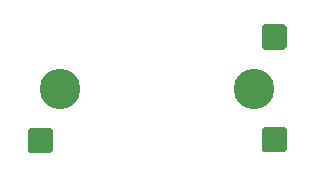
<source format=gbr>
%TF.GenerationSoftware,KiCad,Pcbnew,(5.1.8)-1*%
%TF.CreationDate,2021-01-22T21:13:55+01:00*%
%TF.ProjectId,const-curr_LT3092,636f6e73-742d-4637-9572-725f4c543330,rev?*%
%TF.SameCoordinates,Original*%
%TF.FileFunction,Soldermask,Bot*%
%TF.FilePolarity,Negative*%
%FSLAX46Y46*%
G04 Gerber Fmt 4.6, Leading zero omitted, Abs format (unit mm)*
G04 Created by KiCad (PCBNEW (5.1.8)-1) date 2021-01-22 21:13:55*
%MOMM*%
%LPD*%
G01*
G04 APERTURE LIST*
%ADD10C,3.430000*%
G04 APERTURE END LIST*
%TO.C,J2*%
G36*
G01*
X101335000Y-68150000D02*
X101335000Y-66450000D01*
G75*
G02*
X101550000Y-66235000I215000J0D01*
G01*
X103250000Y-66235000D01*
G75*
G02*
X103465000Y-66450000I0J-215000D01*
G01*
X103465000Y-68150000D01*
G75*
G02*
X103250000Y-68365000I-215000J0D01*
G01*
X101550000Y-68365000D01*
G75*
G02*
X101335000Y-68150000I0J215000D01*
G01*
G37*
%TD*%
D10*
%TO.C,H1*%
X100700000Y-63000000D03*
%TD*%
%TO.C,H2*%
X84300000Y-63000000D03*
%TD*%
%TO.C,J1*%
G36*
G01*
X83450000Y-68465000D02*
X81750000Y-68465000D01*
G75*
G02*
X81535000Y-68250000I0J215000D01*
G01*
X81535000Y-66550000D01*
G75*
G02*
X81750000Y-66335000I215000J0D01*
G01*
X83450000Y-66335000D01*
G75*
G02*
X83665000Y-66550000I0J-215000D01*
G01*
X83665000Y-68250000D01*
G75*
G02*
X83450000Y-68465000I-215000J0D01*
G01*
G37*
%TD*%
%TO.C,J3*%
G36*
G01*
X101335000Y-59450000D02*
X101335000Y-57750000D01*
G75*
G02*
X101550000Y-57535000I215000J0D01*
G01*
X103250000Y-57535000D01*
G75*
G02*
X103465000Y-57750000I0J-215000D01*
G01*
X103465000Y-59450000D01*
G75*
G02*
X103250000Y-59665000I-215000J0D01*
G01*
X101550000Y-59665000D01*
G75*
G02*
X101335000Y-59450000I0J215000D01*
G01*
G37*
%TD*%
M02*

</source>
